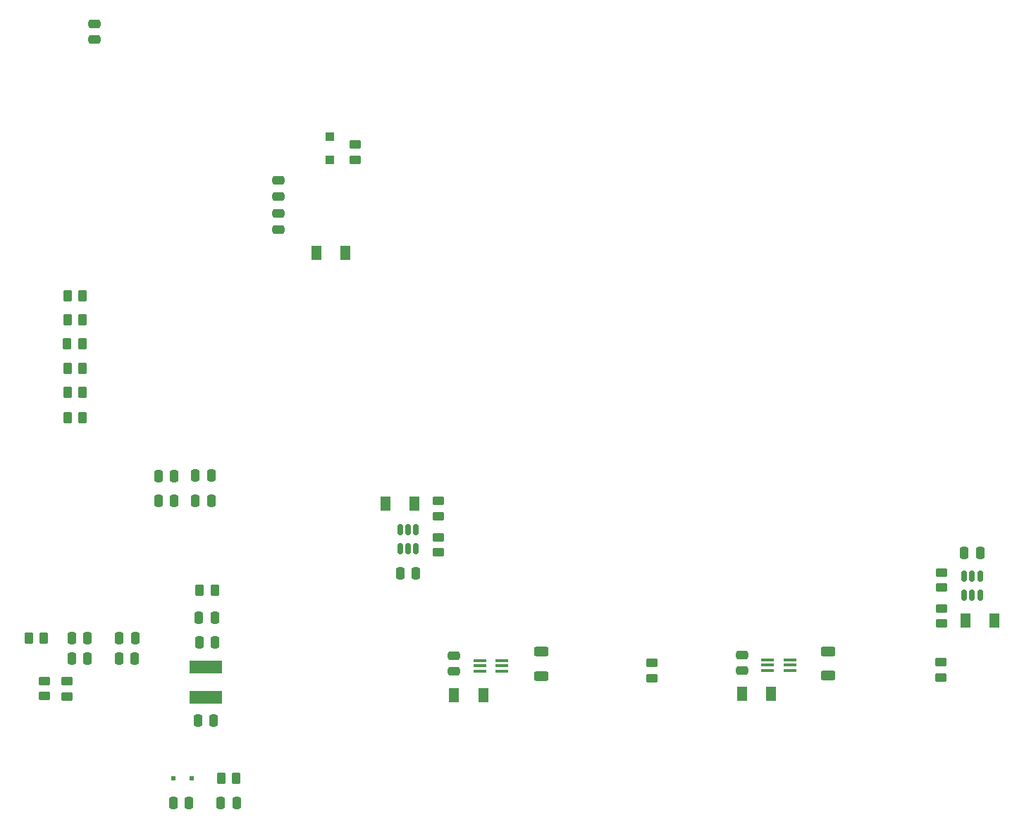
<source format=gbp>
%TF.GenerationSoftware,KiCad,Pcbnew,(6.0.1)*%
%TF.CreationDate,2022-02-17T13:58:57-06:00*%
%TF.ProjectId,MPPT,4d505054-2e6b-4696-9361-645f70636258,1.4.0*%
%TF.SameCoordinates,PX10b1ae8PY9b06478*%
%TF.FileFunction,Paste,Bot*%
%TF.FilePolarity,Positive*%
%FSLAX46Y46*%
G04 Gerber Fmt 4.6, Leading zero omitted, Abs format (unit mm)*
G04 Created by KiCad (PCBNEW (6.0.1)) date 2022-02-17 13:58:57*
%MOMM*%
%LPD*%
G01*
G04 APERTURE LIST*
G04 Aperture macros list*
%AMRoundRect*
0 Rectangle with rounded corners*
0 $1 Rounding radius*
0 $2 $3 $4 $5 $6 $7 $8 $9 X,Y pos of 4 corners*
0 Add a 4 corners polygon primitive as box body*
4,1,4,$2,$3,$4,$5,$6,$7,$8,$9,$2,$3,0*
0 Add four circle primitives for the rounded corners*
1,1,$1+$1,$2,$3*
1,1,$1+$1,$4,$5*
1,1,$1+$1,$6,$7*
1,1,$1+$1,$8,$9*
0 Add four rect primitives between the rounded corners*
20,1,$1+$1,$2,$3,$4,$5,0*
20,1,$1+$1,$4,$5,$6,$7,0*
20,1,$1+$1,$6,$7,$8,$9,0*
20,1,$1+$1,$8,$9,$2,$3,0*%
G04 Aperture macros list end*
%ADD10R,1.500000X0.400000*%
%ADD11R,1.300000X1.700000*%
%ADD12RoundRect,0.250000X-0.450000X0.262500X-0.450000X-0.262500X0.450000X-0.262500X0.450000X0.262500X0*%
%ADD13RoundRect,0.250000X-0.250000X-0.475000X0.250000X-0.475000X0.250000X0.475000X-0.250000X0.475000X0*%
%ADD14RoundRect,0.250000X0.625000X-0.312500X0.625000X0.312500X-0.625000X0.312500X-0.625000X-0.312500X0*%
%ADD15RoundRect,0.250000X0.250000X0.475000X-0.250000X0.475000X-0.250000X-0.475000X0.250000X-0.475000X0*%
%ADD16RoundRect,0.250000X0.262500X0.450000X-0.262500X0.450000X-0.262500X-0.450000X0.262500X-0.450000X0*%
%ADD17RoundRect,0.250000X0.475000X-0.250000X0.475000X0.250000X-0.475000X0.250000X-0.475000X-0.250000X0*%
%ADD18RoundRect,0.250000X0.450000X-0.262500X0.450000X0.262500X-0.450000X0.262500X-0.450000X-0.262500X0*%
%ADD19RoundRect,0.150000X-0.150000X0.512500X-0.150000X-0.512500X0.150000X-0.512500X0.150000X0.512500X0*%
%ADD20R,1.100000X1.100000*%
%ADD21R,4.000000X1.500000*%
%ADD22RoundRect,0.250000X-0.475000X0.250000X-0.475000X-0.250000X0.475000X-0.250000X0.475000X0.250000X0*%
%ADD23RoundRect,0.150000X0.150000X-0.512500X0.150000X0.512500X-0.150000X0.512500X-0.150000X-0.512500X0*%
%ADD24R,0.500000X0.500000*%
%ADD25RoundRect,0.250000X-0.625000X0.312500X-0.625000X-0.312500X0.625000X-0.312500X0.625000X0.312500X0*%
G04 APERTURE END LIST*
D10*
X57295000Y29621000D03*
X57295000Y30271000D03*
X57295000Y30921000D03*
X59955000Y30921000D03*
X59955000Y30271000D03*
X59955000Y29621000D03*
D11*
X37665000Y79930000D03*
X41165000Y79930000D03*
D12*
X52360000Y45712500D03*
X52360000Y43887500D03*
D13*
X13975000Y31137500D03*
X15875000Y31137500D03*
D14*
X99160000Y29067500D03*
X99160000Y31992500D03*
D13*
X23135000Y53130000D03*
X25035000Y53130000D03*
D15*
X25040000Y50090000D03*
X23140000Y50090000D03*
D12*
X112790000Y37165000D03*
X112790000Y35340000D03*
D16*
X25485000Y39320000D03*
X23660000Y39320000D03*
D17*
X54215000Y29596000D03*
X54215000Y31496000D03*
D13*
X23590000Y33125000D03*
X25490000Y33125000D03*
D11*
X45990000Y49745000D03*
X49490000Y49745000D03*
X57710000Y26696000D03*
X54210000Y26696000D03*
D18*
X4985000Y26617500D03*
X4985000Y28442500D03*
D13*
X13990000Y33607500D03*
X15890000Y33607500D03*
X8285000Y31127500D03*
X10185000Y31127500D03*
X23465000Y23685000D03*
X25365000Y23685000D03*
D15*
X28087500Y13785000D03*
X26187500Y13785000D03*
D19*
X47740000Y46615118D03*
X48690000Y46615118D03*
X49640000Y46615118D03*
X49640000Y44340118D03*
X48690000Y44340118D03*
X47740000Y44340118D03*
D16*
X4937500Y33627500D03*
X3112500Y33627500D03*
D18*
X52345000Y48242500D03*
X52345000Y50067500D03*
D11*
X92310000Y26872500D03*
X88810000Y26872500D03*
D20*
X39255000Y93890000D03*
X39255000Y91090000D03*
D21*
X24420000Y26500000D03*
X24420000Y30100000D03*
D18*
X77960000Y28767500D03*
X77960000Y30592500D03*
X112795000Y39675000D03*
X112795000Y41500000D03*
D22*
X33125000Y84625000D03*
X33125000Y82725000D03*
D13*
X115525000Y43880000D03*
X117425000Y43880000D03*
D12*
X7675000Y28427500D03*
X7675000Y26602500D03*
D15*
X25480000Y36080000D03*
X23580000Y36080000D03*
D16*
X9592500Y74735000D03*
X7767500Y74735000D03*
D18*
X112665000Y28852500D03*
X112665000Y30677500D03*
D16*
X28067500Y16745000D03*
X26242500Y16745000D03*
D15*
X49635000Y41410000D03*
X47735000Y41410000D03*
D23*
X117415000Y38747500D03*
X116465000Y38747500D03*
X115515000Y38747500D03*
X115515000Y41022500D03*
X116465000Y41022500D03*
X117415000Y41022500D03*
D13*
X18685000Y53090000D03*
X20585000Y53090000D03*
D15*
X22372500Y13750000D03*
X20472500Y13750000D03*
X20580000Y50070000D03*
X18680000Y50070000D03*
D16*
X9592500Y63105000D03*
X7767500Y63105000D03*
D15*
X10185000Y33617500D03*
X8285000Y33617500D03*
D10*
X91885000Y29707500D03*
X91885000Y30357500D03*
X91885000Y31007500D03*
X94545000Y31007500D03*
X94545000Y30357500D03*
X94545000Y29707500D03*
D24*
X22657500Y16720000D03*
X20457500Y16720000D03*
D16*
X9565000Y68950000D03*
X7740000Y68950000D03*
D25*
X64685000Y31970000D03*
X64685000Y29045000D03*
D11*
X119160000Y35710000D03*
X115660000Y35710000D03*
D16*
X9585000Y60115000D03*
X7760000Y60115000D03*
D17*
X88830000Y29662500D03*
X88830000Y31562500D03*
D22*
X33105000Y88590000D03*
X33105000Y86690000D03*
D12*
X42380000Y92905000D03*
X42380000Y91080000D03*
D16*
X9590000Y65995000D03*
X7765000Y65995000D03*
D17*
X11030000Y105560000D03*
X11030000Y107460000D03*
D16*
X9592500Y71825000D03*
X7767500Y71825000D03*
M02*

</source>
